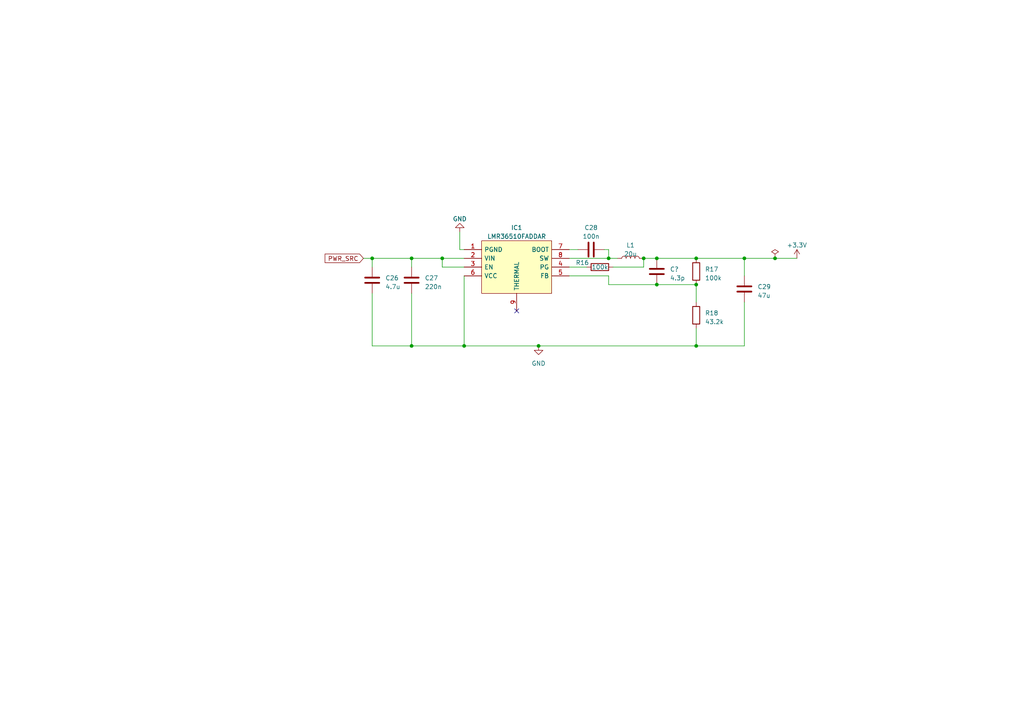
<source format=kicad_sch>
(kicad_sch (version 20230121) (generator eeschema)
  (paper "A4")
  (lib_symbols
    (symbol "Device:C" (pin_numbers hide) (pin_names (offset 0.254))
      (property "Reference" "C" (at 0.635 2.54 0))
      (property "Value" "C" (at 0.635 -2.54 0))
      (symbol "C_0_1"
        (polyline (pts (xy -2.032 -0.762) (xy 2.032 -0.762)) (stroke (width 0.508)))
        (polyline (pts (xy -2.032 0.762) (xy 2.032 0.762)) (stroke (width 0.508)))
      )
      (symbol "C_1_1"
        (pin passive line (at 0 3.81 270) (length 2.794) (name "~") (number "1"))
        (pin passive line (at 0 -3.81 90) (length 2.794) (name "~") (number "2"))
      )
    )
    (symbol "Device:L" (pin_numbers hide) (pin_names (offset 1.016) hide)
      (property "Reference" "L" (at -1.27 0 90))
      (property "Value" "L" (at 1.905 0 90))
      (symbol "L_0_1"
        (arc (start 0 -2.54) (mid 0.6323 -1.905) (end 0 -1.27))
        (arc (start 0 -1.27) (mid 0.6323 -0.635) (end 0 0))
        (arc (start 0 0) (mid 0.6323 0.635) (end 0 1.27))
        (arc (start 0 1.27) (mid 0.6323 1.905) (end 0 2.54))
      )
      (symbol "L_1_1"
        (pin passive line (at 0 3.81 270) (length 1.27) (name "1") (number "1"))
        (pin passive line (at 0 -3.81 90) (length 1.27) (name "2") (number "2"))
      )
    )
    (symbol "Device:R" (pin_numbers hide) (pin_names (offset 0))
      (property "Reference" "R" (at 2.032 0 90))
      (property "Value" "R" (at 0 0 90))
      (symbol "R_0_1"
        (rectangle (start -1.016 -2.54) (end 1.016 2.54) (stroke (width 0.254)))
      )
      (symbol "R_1_1"
        (pin passive line (at 0 3.81 270) (length 1.27) (name "~") (number "1"))
        (pin passive line (at 0 -3.81 90) (length 1.27) (name "~") (number "2"))
      )
    )
    (symbol "LMR36510FADDAR:LMR36510FADDAR" (pin_names (offset 0.762))
      (property "Reference" "IC1" (at 15.24 6.35 0))
      (property "Value" "LMR36510FADDAR" (at 15.24 3.81 0))
      (symbol "LMR36510FADDAR_0_0"
        (pin power_in line (at 0 0 0) (length 5.08) (name "PGND") (number "1"))
        (pin power_in line (at 0 -2.54 0) (length 5.08) (name "VIN") (number "2"))
        (pin input line (at 0 -5.08 0) (length 5.08) (name "EN") (number "3"))
        (pin bidirectional line (at 30.48 -5.08 180) (length 5.08) (name "PG") (number "4"))
        (pin bidirectional line (at 30.48 -7.62 180) (length 5.08) (name "FB") (number "5"))
        (pin power_in line (at 0 -7.62 0) (length 5.08) (name "VCC") (number "6"))
        (pin power_in line (at 30.48 0 180) (length 5.08) (name "BOOT") (number "7"))
        (pin power_in line (at 30.48 -2.54 180) (length 5.08) (name "SW") (number "8"))
        (pin passive line (at 15.24 -17.78 90) (length 5.08) (name "THERMAL") (number "9"))
      )
      (symbol "LMR36510FADDAR_0_1"
        (polyline (pts (xy 5.08 2.54) (xy 25.4 2.54) (xy 25.4 -12.7) (xy 5.08 -12.7) (xy 5.08 2.54)) (stroke (width 0.1524)) (fill (type background)))
      )
    )
    (symbol "power:+3.3V" (power) (pin_names (offset 0))
      (property "Value" "+3.3V" (at 0 3.556 0))
      (symbol "+3.3V_0_1"
        (polyline (pts (xy -0.762 1.27) (xy 0 2.54)))
        (polyline (pts (xy 0 0) (xy 0 2.54)))
        (polyline (pts (xy 0 2.54) (xy 0.762 1.27)))
      )
      (symbol "+3.3V_1_1"
        (pin power_in line (at 0 0 90) (length 0) hide (name "+3.3V") (number "1"))
      )
    )
    (symbol "power:GND" (power) (pin_names (offset 0))
      (property "Value" "GND" (at 0 -3.81 0))
      (symbol "GND_0_1"
        (polyline (pts (xy 0 0) (xy 0 -1.27) (xy 1.27 -1.27) (xy 0 -2.54) (xy -1.27 -1.27) (xy 0 -1.27)))
      )
      (symbol "GND_1_1"
        (pin power_in line (at 0 0 270) (length 0) hide (name "GND") (number "1"))
      )
    )
    (symbol "power:PWR_FLAG" (power) (pin_numbers hide) (pin_names (offset 0) hide)
      (property "Value" "PWR_FLAG" (at 0 3.81 0))
      (symbol "PWR_FLAG_0_0"
        (pin power_out line (at 0 0 90) (length 0) (name "pwr") (number "1"))
      )
      (symbol "PWR_FLAG_0_1"
        (polyline (pts (xy 0 0) (xy 0 1.27) (xy -1.016 1.905) (xy 0 2.54) (xy 1.016 1.905) (xy 0 1.27)))
      )
    )
  )
  (junction (at 119.38 74.93))
  (junction (at 190.5 82.55))
  (junction (at 107.95 74.93))
  (junction (at 190.5 74.93))
  (junction (at 119.38 100.33))
  (junction (at 156.21 100.33))
  (junction (at 224.79 74.93))
  (junction (at 201.93 74.93))
  (junction (at 176.53 74.93))
  (junction (at 201.93 82.55))
  (junction (at 186.69 74.93))
  (junction (at 201.93 100.33))
  (junction (at 134.62 100.33))
  (junction (at 128.27 74.93))
  (junction (at 215.9 74.93))
  (no_connect (at 149.86 90.17))
  (wire (pts (xy 107.95 74.93) (xy 107.95 77.47)))
  (wire (pts (xy 119.38 100.33) (xy 134.62 100.33)))
  (wire (pts (xy 165.1 74.93) (xy 176.53 74.93)))
  (wire (pts (xy 215.9 74.93) (xy 215.9 80.01)))
  (wire (pts (xy 201.93 82.55) (xy 201.93 87.63)))
  (wire (pts (xy 107.95 74.93) (xy 119.38 74.93)))
  (wire (pts (xy 190.5 74.93) (xy 201.93 74.93)))
  (wire (pts (xy 176.53 72.39) (xy 176.53 74.93)))
  (wire (pts (xy 128.27 77.47) (xy 128.27 74.93)))
  (wire (pts (xy 165.1 80.01) (xy 176.53 80.01)))
  (wire (pts (xy 186.69 77.47) (xy 186.69 74.93)))
  (wire (pts (xy 167.64 72.39) (xy 165.1 72.39)))
  (wire (pts (xy 176.53 74.93) (xy 179.07 74.93)))
  (wire (pts (xy 224.79 74.93) (xy 231.14 74.93)))
  (wire (pts (xy 186.69 74.93) (xy 190.5 74.93)))
  (wire (pts (xy 165.1 77.47) (xy 170.18 77.47)))
  (wire (pts (xy 107.95 100.33) (xy 119.38 100.33)))
  (wire (pts (xy 134.62 80.01) (xy 134.62 100.33)))
  (wire (pts (xy 119.38 85.09) (xy 119.38 100.33)))
  (wire (pts (xy 215.9 87.63) (xy 215.9 100.33)))
  (wire (pts (xy 134.62 72.39) (xy 133.35 72.39)))
  (wire (pts (xy 201.93 74.93) (xy 215.9 74.93)))
  (wire (pts (xy 177.8 77.47) (xy 186.69 77.47)))
  (wire (pts (xy 201.93 100.33) (xy 156.21 100.33)))
  (wire (pts (xy 119.38 74.93) (xy 128.27 74.93)))
  (wire (pts (xy 105.41 74.93) (xy 107.95 74.93)))
  (wire (pts (xy 107.95 85.09) (xy 107.95 100.33)))
  (wire (pts (xy 201.93 95.25) (xy 201.93 100.33)))
  (wire (pts (xy 134.62 77.47) (xy 128.27 77.47)))
  (wire (pts (xy 156.21 100.33) (xy 134.62 100.33)))
  (wire (pts (xy 119.38 74.93) (xy 119.38 77.47)))
  (wire (pts (xy 128.27 74.93) (xy 134.62 74.93)))
  (wire (pts (xy 190.5 82.55) (xy 201.93 82.55)))
  (wire (pts (xy 215.9 100.33) (xy 201.93 100.33)))
  (wire (pts (xy 176.53 82.55) (xy 190.5 82.55)))
  (wire (pts (xy 176.53 80.01) (xy 176.53 82.55)))
  (wire (pts (xy 133.35 67.31) (xy 133.35 72.39)))
  (wire (pts (xy 215.9 74.93) (xy 224.79 74.93)))
  (wire (pts (xy 175.26 72.39) (xy 176.53 72.39)))
  (global_label "PWR_SRC" (shape input) (at 105.41 74.93 180) (property "Intersheetrefs" "${INTERSHEET_REFS}" (effects hide)))
  (symbol (lib_id "Device:C") (at 119.38 81.28 0) (unit 1)
    (property "Reference" "C27" (at 123.19 80.645 0) (effects (justify left)))
    (property "Value" "220n" (at 123.19 83.185 0) (effects (justify left)))
  )
  (symbol (lib_id "Device:C") (at 215.9 83.82 180) (unit 1)
    (property "Reference" "C29" (at 219.71 83.185 0) (effects (justify right)))
    (property "Value" "47u" (at 219.71 85.725 0) (effects (justify right)))
  )
  (symbol (lib_id "power:PWR_FLAG") (at 224.79 74.93 0) (unit 1)
    (property "Reference" "#FLG02" (effects hide))
    (property "Value" "PWR_FLAG" (effects hide))
  )
  (symbol (lib_id "LMR36510FADDAR:LMR36510FADDAR") (at 134.62 72.39 0) (unit 1)
    (property "Reference" "IC1" (at 149.86 66.04 0))
    (property "Value" "LMR36510FADDAR" (at 149.86 68.58 0))
    (property "Footprint" "SOIC127P600X170-9N" (effects hide))
    (property "Datasheet" "http://www.ti.com/lit/gpn/LMR36510" (effects hide))
    (property "Description" "Switching Voltage Regulators SIMPLE SWITCHER 4.2-V to 65-V, 1-A synchronous step-down converter with 26-uA IQ 8-SO PowerPAD -40 to 125" (effects hide))
    (property "Height" "1.7" (effects hide))
    (property "Manufacturer_Name" "Texas Instruments" (effects hide))
    (property "Manufacturer_Part_Number" "LMR36510FADDAR" (effects hide))
    (property "Mouser Part Number" "595-LMR36510FADDAR" (effects hide))
    (property "Mouser Price/Stock" "https://www.mouser.co.uk/ProductDetail/Texas-Instruments/LMR36510FADDAR?qs=OlC7AqGiEDncgQxRNzUXeA%3D%3D" (effects hide))
    (property "Arrow Part Number" "LMR36510FADDAR" (effects hide))
    (property "Arrow Price/Stock" "https://www.arrow.com/en/products/lmr36510faddar/texas-instruments" (effects hide))
  )
  (symbol (lib_id "Device:C") (at 171.45 72.39 90) (unit 1)
    (property "Reference" "C28" (at 171.45 66.04 90))
    (property "Value" "100n" (at 171.45 68.58 90))
  )
  (symbol (lib_id "power:GND") (at 133.35 67.31 180) (unit 1)
    (property "Reference" "#PWR040" (effects hide))
    (property "Value" "GND" (at 133.35 63.5 0))
  )
  (symbol (lib_id "Device:R") (at 173.99 77.47 90) (unit 1)
    (property "Reference" "R16" (at 168.91 76.2 90))
    (property "Value" "100k" (at 173.99 77.47 90))
  )
  (symbol (lib_id "power:GND") (at 156.21 100.33 0) (unit 1)
    (property "Reference" "#PWR041" (effects hide))
    (property "Value" "GND" (at 156.21 105.41 0))
  )
  (symbol (lib_id "Device:L") (at 182.88 74.93 90) (unit 1)
    (property "Reference" "L1" (at 182.88 71.12 90))
    (property "Value" "20u" (at 182.88 73.66 90))
  )
  (symbol (lib_id "Device:R") (at 201.93 78.74 0) (unit 1)
    (property "Reference" "R17" (at 204.47 78.105 0) (effects (justify left)))
    (property "Value" "100k" (at 204.47 80.645 0) (effects (justify left)))
  )
  (symbol (lib_id "power:+3.3V") (at 231.14 74.93 0) (unit 1)
    (property "Reference" "#PWR042" (effects hide))
    (property "Value" "+3.3V" (at 231.14 71.12 0))
  )
  (symbol (lib_id "Device:C") (at 190.5 78.74 180) (unit 1)
    (property "Reference" "C?" (at 194.31 78.105 0) (effects (justify right)))
    (property "Value" "4.3p" (at 194.31 80.645 0) (effects (justify right)))
  )
  (symbol (lib_id "Device:C") (at 107.95 81.28 0) (unit 1)
    (property "Reference" "C26" (at 111.76 80.645 0) (effects (justify left)))
    (property "Value" "4.7u" (at 111.76 83.185 0) (effects (justify left)))
  )
  (symbol (lib_id "Device:R") (at 201.93 91.44 0) (unit 1)
    (property "Reference" "R18" (at 204.47 90.805 0) (effects (justify left)))
    (property "Value" "43.2k" (at 204.47 93.345 0) (effects (justify left)))
  )
)
</source>
